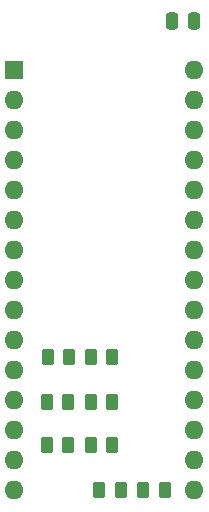
<source format=gbr>
%TF.GenerationSoftware,KiCad,Pcbnew,(6.0.11)*%
%TF.CreationDate,2023-02-11T15:14:05+01:00*%
%TF.ProjectId,gateway-nano-E01-ml01sp4,67617465-7761-4792-9d6e-616e6f2d4530,rev?*%
%TF.SameCoordinates,Original*%
%TF.FileFunction,Soldermask,Bot*%
%TF.FilePolarity,Negative*%
%FSLAX46Y46*%
G04 Gerber Fmt 4.6, Leading zero omitted, Abs format (unit mm)*
G04 Created by KiCad (PCBNEW (6.0.11)) date 2023-02-11 15:14:05*
%MOMM*%
%LPD*%
G01*
G04 APERTURE LIST*
G04 Aperture macros list*
%AMRoundRect*
0 Rectangle with rounded corners*
0 $1 Rounding radius*
0 $2 $3 $4 $5 $6 $7 $8 $9 X,Y pos of 4 corners*
0 Add a 4 corners polygon primitive as box body*
4,1,4,$2,$3,$4,$5,$6,$7,$8,$9,$2,$3,0*
0 Add four circle primitives for the rounded corners*
1,1,$1+$1,$2,$3*
1,1,$1+$1,$4,$5*
1,1,$1+$1,$6,$7*
1,1,$1+$1,$8,$9*
0 Add four rect primitives between the rounded corners*
20,1,$1+$1,$2,$3,$4,$5,0*
20,1,$1+$1,$4,$5,$6,$7,0*
20,1,$1+$1,$6,$7,$8,$9,0*
20,1,$1+$1,$8,$9,$2,$3,0*%
G04 Aperture macros list end*
%ADD10R,1.600000X1.600000*%
%ADD11O,1.600000X1.600000*%
%ADD12RoundRect,0.250000X-0.250000X-0.475000X0.250000X-0.475000X0.250000X0.475000X-0.250000X0.475000X0*%
%ADD13RoundRect,0.250000X-0.262500X-0.450000X0.262500X-0.450000X0.262500X0.450000X-0.262500X0.450000X0*%
%ADD14RoundRect,0.250000X0.262500X0.450000X-0.262500X0.450000X-0.262500X-0.450000X0.262500X-0.450000X0*%
G04 APERTURE END LIST*
D10*
%TO.C,A1*%
X114935000Y-86360000D03*
D11*
X114935000Y-88900000D03*
X114935000Y-91440000D03*
X114935000Y-93980000D03*
X114935000Y-96520000D03*
X114935000Y-99060000D03*
X114935000Y-101600000D03*
X114935000Y-104140000D03*
X114935000Y-106680000D03*
X114935000Y-109220000D03*
X114935000Y-111760000D03*
X114935000Y-114300000D03*
X114935000Y-116840000D03*
X114935000Y-119380000D03*
X114935000Y-121920000D03*
X130175000Y-121920000D03*
X130175000Y-119380000D03*
X130175000Y-116840000D03*
X130175000Y-114300000D03*
X130175000Y-111760000D03*
X130175000Y-109220000D03*
X130175000Y-106680000D03*
X130175000Y-104140000D03*
X130175000Y-101600000D03*
X130175000Y-99060000D03*
X130175000Y-96520000D03*
X130175000Y-93980000D03*
X130175000Y-91440000D03*
X130175000Y-88900000D03*
X130175000Y-86360000D03*
%TD*%
D12*
%TO.C,C1*%
X128275000Y-82169000D03*
X130175000Y-82169000D03*
%TD*%
D13*
%TO.C,R4*%
X117745500Y-110617000D03*
X119570500Y-110617000D03*
%TD*%
%TO.C,R6*%
X121412000Y-118110000D03*
X123237000Y-118110000D03*
%TD*%
%TO.C,R7*%
X121412000Y-114427000D03*
X123237000Y-114427000D03*
%TD*%
%TO.C,R8*%
X121412000Y-110617000D03*
X123237000Y-110617000D03*
%TD*%
D14*
%TO.C,R1*%
X127682000Y-121920000D03*
X125857000Y-121920000D03*
%TD*%
%TO.C,R5*%
X123952000Y-121920000D03*
X122127000Y-121920000D03*
%TD*%
D13*
%TO.C,R2*%
X117682000Y-118110000D03*
X119507000Y-118110000D03*
%TD*%
%TO.C,R3*%
X117682000Y-114427000D03*
X119507000Y-114427000D03*
%TD*%
M02*

</source>
